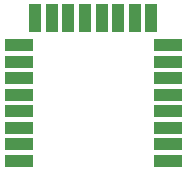
<source format=gbp>
G04*
G04 #@! TF.GenerationSoftware,Altium Limited,Altium Designer,21.4.1 (30)*
G04*
G04 Layer_Color=128*
%FSLAX44Y44*%
%MOMM*%
G71*
G04*
G04 #@! TF.SameCoordinates,6553DB82-75CC-4EFF-9F5A-153A9019480B*
G04*
G04*
G04 #@! TF.FilePolarity,Positive*
G04*
G01*
G75*
%ADD79R,2.4500X1.0000*%
%ADD80R,1.0000X2.4500*%
D79*
X759850Y280950D02*
D03*
Y294950D02*
D03*
Y308950D02*
D03*
Y322950D02*
D03*
Y336950D02*
D03*
Y350950D02*
D03*
Y364950D02*
D03*
Y378950D02*
D03*
X885750D02*
D03*
Y364950D02*
D03*
Y350950D02*
D03*
Y336950D02*
D03*
Y322950D02*
D03*
Y308950D02*
D03*
Y294950D02*
D03*
Y280950D02*
D03*
D80*
X871800Y401900D02*
D03*
X857800D02*
D03*
X843800D02*
D03*
X829800D02*
D03*
X815800D02*
D03*
X801800D02*
D03*
X787800D02*
D03*
X773800D02*
D03*
M02*

</source>
